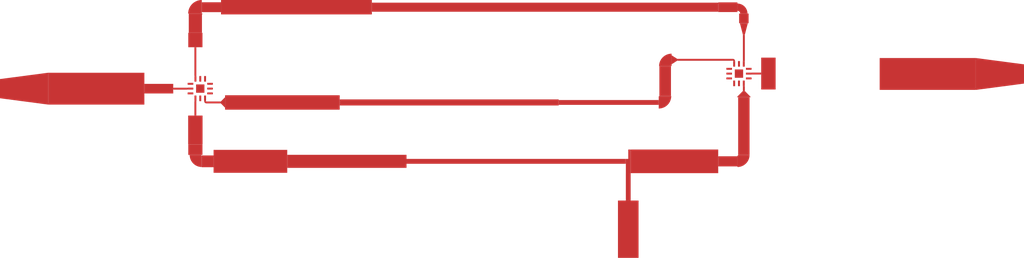
<source format=kicad_pcb>
(kicad_pcb
	(version 20240108)
	(generator "pcbnew")
	(generator_version "8.0")
	(general
		(thickness 1.6)
		(legacy_teardrops no)
	)
	(paper "A4")
	(layers
		(0 "F.Cu" signal)
		(31 "B.Cu" signal)
		(32 "B.Adhes" user "B.Adhesive")
		(33 "F.Adhes" user "F.Adhesive")
		(34 "B.Paste" user)
		(35 "F.Paste" user)
		(36 "B.SilkS" user "B.Silkscreen")
		(37 "F.SilkS" user "F.Silkscreen")
		(38 "B.Mask" user)
		(39 "F.Mask" user)
		(40 "Dwgs.User" user "User.Drawings")
		(41 "Cmts.User" user "User.Comments")
		(42 "Eco1.User" user "User.Eco1")
		(43 "Eco2.User" user "User.Eco2")
		(44 "Edge.Cuts" user)
	)
	(setup
		(pad_to_mask_clearance 0)
		(allow_soldermask_bridges_in_footprints no)
		(pcbplotparams
			(layerselection 0x00010fc_ffffffff)
			(plot_on_all_layers_selection 0x0000000_00000000)
			(disableapertmacros no)
			(usegerberextensions no)
			(usegerberattributes yes)
			(usegerberadvancedattributes yes)
			(creategerberjobfile yes)
			(dashed_line_dash_ratio 12.000000)
			(dashed_line_gap_ratio 3.000000)
			(svgprecision 4)
			(plotframeref no)
			(viasonmask no)
			(mode 1)
			(useauxorigin no)
			(hpglpennumber 1)
			(hpglpenspeed 20)
			(hpglpendiameter 15.000000)
			(pdf_front_fp_property_popups yes)
			(pdf_back_fp_property_popups yes)
			(dxfpolygonmode yes)
			(dxfimperialunits yes)
			(dxfusepcbnewfont yes)
			(psnegative no)
			(psa4output no)
			(plotreference yes)
			(plotvalue yes)
			(plotfptext yes)
			(plotinvisibletext no)
			(sketchpadsonfab no)
			(subtractmaskfromsilk no)
			(outputformat 1)
			(mirror no)
			(drillshape 1)
			(scaleselection 1)
			(outputdirectory "")
		)
	)
	(net 0 "")
	(gr_poly
		(pts
			(xy 88.91273 75.51743) (xy 88.91273 75.43361) (xy 88.99655 75.43361) (xy 88.9965 75.43641) (xy 88.99636 75.43921)
			(xy 88.99613 75.442) (xy 88.9958 75.44478) (xy 88.99538 75.44755) (xy 88.99487 75.45031) (xy 88.99427 75.45304)
			(xy 88.99357 75.45575) (xy 88.99279 75.45844) (xy 88.99191 75.46111) (xy 88.99095 75.46374) (xy 88.9899 75.46633)
			(xy 88.98876 75.46889) (xy 88.98754 75.47141) (xy 88.98624 75.47389) (xy 88.98485 75.47633) (xy 88.98338 75.47871)
			(xy 88.98183 75.48105) (xy 88.98021 75.48333) (xy 88.97851 75.48556) (xy 88.97674 75.48773) (xy 88.9749 75.48984)
			(xy 88.97298 75.49188) (xy 88.971 75.49386) (xy 88.96896 75.49578) (xy 88.96685 75.49762) (xy 88.96468 75.49939)
			(xy 88.96245 75.50109) (xy 88.96017 75.50271) (xy 88.95783 75.50426) (xy 88.95545 75.50573) (xy 88.95301 75.50712)
			(xy 88.95053 75.50842) (xy 88.94801 75.50964) (xy 88.94545 75.51078) (xy 88.94286 75.51183) (xy 88.94023 75.51279)
			(xy 88.93756 75.51367) (xy 88.93487 75.51445) (xy 88.93216 75.51515) (xy 88.92943 75.51575) (xy 88.92667 75.51626)
			(xy 88.9239 75.51668) (xy 88.92112 75.51701) (xy 88.91833 75.51724) (xy 88.91553 75.51738)
		)
		(stroke
			(width 0)
			(type solid)
		)
		(fill solid)
		(layer "F.Cu")
		(uuid "018f8a21-2098-4171-abca-fa32057033f6")
	)
	(gr_poly
		(pts
			(xy 145.33977 82.99157) (xy 145.13977 82.99157) (xy 145.13977 83.49157) (xy 145.33977 83.49157)
		)
		(stroke
			(width 0)
			(type solid)
		)
		(fill solid)
		(layer "F.Cu")
		(uuid "01d11eef-5f10-49b4-96bb-f0c38fea5677")
	)
	(gr_poly
		(pts
			(xy 137.72899 80.87429) (xy 137.72899 79.60683) (xy 137.65858 79.60874) (xy 137.58838 79.61445) (xy 137.5186 79.62396)
			(xy 137.44943 79.63723) (xy 137.38107 79.65423) (xy 137.31374 79.67491) (xy 137.24763 79.69919) (xy 137.18293 79.72703)
			(xy 137.11983 79.75832) (xy 137.05852 79.79298) (xy 136.99918 79.83092) (xy 136.94197 79.87201) (xy 136.88708 79.91613)
			(xy 136.83465 79.96317) (xy 136.78485 80.01297) (xy 136.73781 80.0654) (xy 136.69369 80.12029) (xy 136.6526 80.1775)
			(xy 136.61466 80.23684) (xy 136.58 80.29815) (xy 136.54871 80.36125) (xy 136.52087 80.42595) (xy 136.49659 80.49206)
			(xy 136.47591 80.55939) (xy 136.45891 80.62775) (xy 136.44564 80.69692) (xy 136.43613 80.7667) (xy 136.43042 80.8369)
			(xy 136.42851 80.90731) (xy 137.69851 80.90731) (xy 137.69841 80.90731) (xy 137.69846 80.90548) (xy 137.69862 80.90365)
			(xy 137.69887 80.90184) (xy 137.69922 80.90004) (xy 137.69967 80.89826) (xy 137.70022 80.89652) (xy 137.70087 80.8948)
			(xy 137.7016 80.89312) (xy 137.70244 80.89149) (xy 137.70335 80.88991) (xy 137.70436 80.88837) (xy 137.70545 80.8869)
			(xy 137.70662 80.88549) (xy 137.70786 80.88414) (xy 137.70918 80.88287) (xy 137.71057 80.88167) (xy 137.71202 80.88055)
			(xy 137.71353 80.87951) (xy 137.71509 80.87856) (xy 137.71671 80.8777) (xy 137.71837 80.87692) (xy 137.72007 80.87624)
			(xy 137.7218 80.87565) (xy 137.72357 80.87516) (xy 137.72536 80.87477) (xy 137.72717 80.87448)
		)
		(stroke
			(width 0)
			(type solid)
		)
		(fill solid)
		(layer "F.Cu")
		(uuid "061c0109-4274-4673-98c2-344dc530672d")
	)
	(gr_poly
		(pts
			(xy 145.33375 82.40591) (xy 145.13055 82.40591) (xy 145.13055 82.99011) (xy 145.33375 82.99011)
		)
		(stroke
			(width 0)
			(type solid)
		)
		(fill solid)
		(layer "F.Cu")
		(uuid "14b24cf6-3608-478b-af38-621000b115de")
	)
	(gr_poly
		(pts
			(xy 88.03135 82.63959) (xy 87.44715 82.63959) (xy 87.44715 82.84279) (xy 88.03135 82.84279)
		)
		(stroke
			(width 0)
			(type solid)
		)
		(fill solid)
		(layer "F.Cu")
		(uuid "1925836e-fe0b-474f-aad2-af3ed6a7bab4")
	)
	(gr_poly
		(pts
			(xy 145.33977 77.63031) (xy 145.13977 77.63031) (xy 145.13977 80.37432) (xy 145.33977 80.37432)
		)
		(stroke
			(width 0)
			(type solid)
		)
		(fill solid)
		(layer "F.Cu")
		(uuid "1cd90ed9-42bf-4f17-a43e-c89ed65415ef")
	)
	(gr_poly
		(pts
			(xy 88.34725 84.54897) (xy 88.14725 84.54897) (xy 88.14725 86.04897) (xy 88.34725 86.04897)
		)
		(stroke
			(width 0)
			(type solid)
		)
		(fill solid)
		(layer "F.Cu")
		(uuid "1d041f69-4757-4a71-bc33-be51b1d18790")
	)
	(gr_poly
		(pts
			(xy 144.50825 84.13311) (xy 145.97129 84.13311) (xy 145.33883 83.49049) (xy 145.14071 83.49049)
		)
		(stroke
			(width 0)
			(type solid)
		)
		(fill solid)
		(layer "F.Cu")
		(uuid "215ca737-78ca-47d7-8c51-c5c9e8f16145")
	)
	(gr_poly
		(pts
			(xy 144.57353 74.26483) (xy 142.57353 74.26483) (xy 142.57353 75.27143) (xy 144.57353 75.27143)
		)
		(stroke
			(width 0)
			(type solid)
		)
		(fill solid)
		(layer "F.Cu")
		(uuid "2221e12b-20aa-4aca-851d-e6f70d2b6879")
	)
	(gr_poly
		(pts
			(xy 90.91349 74.25449) (xy 88.91349 74.25449) (xy 88.91349 75.28177) (xy 90.91349 75.28177)
		)
		(stroke
			(width 0)
			(type solid)
		)
		(fill solid)
		(layer "F.Cu")
		(uuid "24cb2190-6be1-47f2-9dda-18140543133a")
	)
	(gr_poly
		(pts
			(xy 82.94755 81.5914) (xy 72.94754 81.5914) (xy 72.94754 84.90699) (xy 82.94755 84.90699)
		)
		(stroke
			(width 0)
			(type solid)
		)
		(fill solid)
		(layer "F.Cu")
		(uuid "29511aeb-02da-48db-9931-6923956cdb02")
	)
	(gr_poly
		(pts
			(xy 144.57175 90.22403) (xy 144.57175 91.40513) (xy 144.62511 91.404) (xy 144.67838 91.4006) (xy 144.73145 91.39495)
			(xy 144.78423 91.38704) (xy 144.83664 91.37691) (xy 144.88856 91.36456) (xy 144.93992 91.35002) (xy 144.99061 91.33331)
			(xy 145.04054 91.31446) (xy 145.08963 91.29352) (xy 145.13779 91.27051) (xy 145.18493 91.24547) (xy 145.23096 91.21846)
			(xy 145.27581 91.18952) (xy 145.31938 91.1587) (xy 145.36161 91.12605) (xy 145.40242 91.09165) (xy 145.44172 91.05555)
			(xy 145.47947 91.0178) (xy 145.51557 90.9785) (xy 145.54997 90.93769) (xy 145.58262 90.89546) (xy 145.61344 90.85189)
			(xy 145.64238 90.80704) (xy 145.66939 90.76101) (xy 145.69443 90.71387) (xy 145.71744 90.66571) (xy 145.73838 90.61662)
			(xy 145.75723 90.56669) (xy 145.77394 90.516) (xy 145.78848 90.46464) (xy 145.80083 90.41272) (xy 145.81096 90.36031)
			(xy 145.81887 90.30753) (xy 145.82452 90.25446) (xy 145.82792 90.20119) (xy 145.82905 90.14783) (xy 144.64795 90.14783)
			(xy 144.64788 90.15115) (xy 144.64766 90.15447) (xy 144.6473 90.15778) (xy 144.64679 90.16106) (xy 144.64614 90.16432)
			(xy 144.64535 90.16755) (xy 144.64442 90.17074) (xy 144.64335 90.17389) (xy 144.64215 90.17699) (xy 144.64081 90.18003)
			(xy 144.63934 90.18302) (xy 144.63774 90.18593) (xy 144.63602 90.18877) (xy 144.63417 90.19154) (xy 144.6322 90.19422)
			(xy 144.63012 90.19681) (xy 144.62793 90.19931) (xy 144.62563 90.20171) (xy 144.62323 90.20401) (xy 144.62073 90.2062)
			(xy 144.61814 90.20828) (xy 144.61546 90.21025) (xy 144.61269 90.2121) (xy 144.60985 90.21382) (xy 144.60694 90.21542)
			(xy 144.60395 90.21689) (xy 144.60091 90.21823) (xy 144.59781 90.21943) (xy 144.59466 90.2205) (xy 144.59147 90.22143)
			(xy 144.58824 90.22222) (xy 144.58498 90.22287) (xy 144.5817 90.22338) (xy 144.57839 90.22374) (xy 144.57507 90.22396)
		)
		(stroke
			(width 0)
			(type solid)
		)
		(fill solid)
		(layer "F.Cu")
		(uuid "2a14af4d-db28-4a89-aff9-f499ea0da606")
	)
	(gr_poly
		(pts
			(xy 145.73117 75.43399) (xy 144.74837 75.43399) (xy 144.74837 76.43399) (xy 145.73117 76.43399)
		)
		(stroke
			(width 0)
			(type solid)
		)
		(fill solid)
		(layer "F.Cu")
		(uuid "2b85ded6-f761-4c3d-8573-83d25b7322ac")
	)
	(gr_poly
		(pts
			(xy 147.04025 81.57693) (xy 146.04025 81.57693) (xy 146.04025 81.77693) (xy 147.04025 81.77693)
		)
		(stroke
			(width 0)
			(type solid)
		)
		(fill solid)
		(layer "F.Cu")
		(uuid "2d22abf2-ee1e-4f43-aefe-331f2c72e072")
	)
	(gr_poly
		(pts
			(xy 88.9841 77.43443) (xy 87.51039 77.43443) (xy 87.51039 78.93443) (xy 88.9841 78.93443)
		)
		(stroke
			(width 0)
			(type solid)
		)
		(fill solid)
		(layer "F.Cu")
		(uuid "33d071ca-df59-444f-a18d-7ee76109da08")
	)
	(gr_poly
		(pts
			(xy 145.83038 84.1325) (xy 144.64915 84.1325) (xy 144.64915 90.14844) (xy 145.83038 90.14844)
		)
		(stroke
			(width 0)
			(type solid)
		)
		(fill solid)
		(layer "F.Cu")
		(uuid "3b5028ca-dbd7-4dbb-8bfe-6c40d1fa590a")
	)
	(gr_poly
		(pts
			(xy 106.58635 74.01815) (xy 90.91394 74.01815) (xy 90.91394 75.51812) (xy 106.58635 75.51812)
		)
		(stroke
			(width 0)
			(type solid)
		)
		(fill solid)
		(layer "F.Cu")
		(uuid "46814a63-4619-4e4a-89ad-e9321f5fad13")
	)
	(gr_poly
		(pts
			(xy 90.89717 84.58429) (xy 89.39717 84.58429) (xy 89.39717 84.78429) (xy 90.89717 84.78429)
		)
		(stroke
			(width 0)
			(type solid)
		)
		(fill solid)
		(layer "F.Cu")
		(uuid "498d8872-db87-43ba-b551-a47e8aaac6a5")
	)
	(gr_poly
		(pts
			(xy 169.35453 80.06149) (xy 169.35453 83.37619) (xy 174.35325 82.71833) (xy 174.35325 80.71935)
		)
		(stroke
			(width 0)
			(type solid)
		)
		(fill solid)
		(layer "F.Cu")
		(uuid "4aa0b36a-ce39-42ef-8637-433aba14ac07")
	)
	(gr_poly
		(pts
			(xy 87.44785 83.14919) (xy 85.94785 83.14919) (xy 85.94785 83.34919) (xy 87.44785 83.34919)
		)
		(stroke
			(width 0)
			(type solid)
		)
		(fill solid)
		(layer "F.Cu")
		(uuid "4bf3d1c2-deb7-4155-bdae-46e315f31400")
	)
	(gr_poly
		(pts
			(xy 132.97919 90.56185) (xy 132.97919 92.04521) (xy 133.47703 92.04521) (xy 133.47703 89.58395) (xy 133.22811 89.58395)
			(xy 133.22811 90.56185)
		)
		(stroke
			(width 0)
			(type solid)
		)
		(fill solid)
		(layer "F.Cu")
		(uuid "4d4edc1a-f9b1-4cc8-bdb0-66f0994c2934")
	)
	(gr_poly
		(pts
			(xy 146.03987 81.58041) (xy 145.45567 81.58041) (xy 145.45567 81.78361) (xy 146.03987 81.78361)
		)
		(stroke
			(width 0)
			(type solid)
		)
		(fill solid)
		(layer "F.Cu")
		(uuid "51944ca6-7980-4da5-a87d-4104e2327560")
	)
	(gr_poly
		(pts
			(xy 90.06335 82.63959) (xy 89.47915 82.63959) (xy 89.47915 82.84279) (xy 90.06335 82.84279)
		)
		(stroke
			(width 0)
			(type solid)
		)
		(fill solid)
		(layer "F.Cu")
		(uuid "5c933d78-dece-47fb-a99e-a96ba435a8ea")
	)
	(gr_poly
		(pts
			(xy 90.06335 83.64035) (xy 89.47915 83.64035) (xy 89.47915 83.84355) (xy 90.06335 83.84355)
		)
		(stroke
			(width 0)
			(type solid)
		)
		(fill solid)
		(layer "F.Cu")
		(uuid "5d3bdd89-ff3a-4aef-8be6-7c78962aac74")
	)
	(gr_poly
		(pts
			(xy 136.39734 84.43367) (xy 125.99995 84.43367) (xy 125.99995 84.93491) (xy 136.39734 84.93491)
		)
		(stroke
			(width 0)
			(type solid)
		)
		(fill solid)
		(layer "F.Cu")
		(uuid "63a4a1cb-0191-4ad7-9e06-17df9d87a6ca")
	)
	(gr_poly
		(pts
			(xy 110.18802 90.1369) (xy 97.79231 90.1369) (xy 97.79231 91.49481) (xy 110.18802 91.49481)
		)
		(stroke
			(width 0)
			(type solid)
		)
		(fill solid)
		(layer "F.Cu")
		(uuid "654f8abe-9885-4b77-a7d1-fcd362bb9022")
	)
	(gr_poly
		(pts
			(xy 142.57367 89.58454) (xy 133.47867 89.58454) (xy 133.47867 92.04717) (xy 142.57367 92.04717)
		)
		(stroke
			(width 0)
			(type solid)
		)
		(fill solid)
		(layer "F.Cu")
		(uuid "6599c4b7-8efa-4246-8523-55af44c59e48")
	)
	(gr_poly
		(pts
			(xy 88.03135 83.13997) (xy 87.44715 83.13997) (xy 87.44715 83.34317) (xy 88.03135 83.34317)
		)
		(stroke
			(width 0)
			(type solid)
		)
		(fill solid)
		(layer "F.Cu")
		(uuid "66838e56-cb9e-4849-a4ba-1a36257d15fc")
	)
	(gr_poly
		(pts
			(xy 137.66512 80.90717) (xy 136.4619 80.90717) (xy 136.4619 84.01641) (xy 137.66512 84.01641)
		)
		(stroke
			(width 0)
			(type solid)
		)
		(fill solid)
		(layer "F.Cu")
		(uuid "6ea232c7-75ce-4e94-affe-f5c6814245e1")
	)
	(gr_poly
		(pts
			(xy 72.94629 84.90527) (xy 72.94629 81.59057) (xy 67.94757 82.24843) (xy 67.94757 84.24741)
		)
		(stroke
			(width 0)
			(type solid)
		)
		(fill solid)
		(layer "F.Cu")
		(uuid "7069765f-3e6f-4c73-a4ab-29642cdb1cc9")
	)
	(gr_poly
		(pts
			(xy 136.39549 84.05183) (xy 136.39549 85.31675) (xy 136.46836 85.3147) (xy 136.54099 85.30857) (xy 136.61317 85.29837)
			(xy 136.68466 85.28413) (xy 136.75524 85.2659) (xy 136.82469 85.24373) (xy 136.89278 85.21771) (xy 136.9593 85.1879)
			(xy 137.02404 85.1544) (xy 137.0868 85.11733) (xy 137.14738 85.07678) (xy 137.20559 85.0329) (xy 137.26125 84.98582)
			(xy 137.31417 84.9357) (xy 137.36419 84.88267) (xy 137.41116 84.82693) (xy 137.45493 84.76863) (xy 137.49535 84.70798)
			(xy 137.53231 84.64514) (xy 137.56568 84.58033) (xy 137.59536 84.51375) (xy 137.62125 84.44561) (xy 137.64328 84.37612)
			(xy 137.66137 84.30551) (xy 137.67547 84.23399) (xy 137.68553 84.16179) (xy 137.69152 84.08915) (xy 137.69597 84.01627)
			(xy 136.43105 84.01627) (xy 136.43368 84.01627) (xy 136.43362 84.01836) (xy 136.43344 84.02044) (xy 136.43313 84.02251)
			(xy 136.4327 84.02456) (xy 136.43216 84.02657) (xy 136.4315 84.02856) (xy 136.43072 84.0305) (xy 136.42983 84.03239)
			(xy 136.42883 84.03423) (xy 136.42772 84.036) (xy 136.42652 84.03771) (xy 136.42521 84.03934) (xy 136.42381 84.04089)
			(xy 136.42232 84.04236) (xy 136.42075 84.04374) (xy 136.4191 84.04503) (xy 136.41738 84.04621) (xy 136.41559 84.04729)
			(xy 136.41375 84.04827) (xy 136.41184 84.04914) (xy 136.40989 84.04989) (xy 136.4079 84.05053) (xy 136.40588 84.05105)
			(xy 136.40383 84.05145) (xy 136.40175 84.05173) (xy 136.39967 84.05188) (xy 136.39758 84.05192)
		)
		(stroke
			(width 0)
			(type solid)
		)
		(fill solid)
		(layer "F.Cu")
		(uuid "716bf5f9-0404-4c27-b188-be8a3c0cffb3")
	)
	(gr_poly
		(pts
			(xy 88.03135 83.64035) (xy 87.44715 83.64035) (xy 87.44715 83.84355) (xy 88.03135 83.84355)
		)
		(stroke
			(width 0)
			(type solid)
		)
		(fill solid)
		(layer "F.Cu")
		(uuid "743a40e2-ac1b-49cd-a8f0-fe1125f7b7c0")
	)
	(gr_poly
		(pts
			(xy 88.98354 89.05016) (xy 87.51095 89.05016) (xy 87.51095 90.14823) (xy 88.98354 90.14823)
		)
		(stroke
			(width 0)
			(type solid)
		)
		(fill solid)
		(layer "F.Cu")
		(uuid "74921119-3869-46bc-b967-246c6c9f3e75")
	)
	(gr_poly
		(pts
			(xy 144.00787 81.08003) (xy 143.42367 81.08003) (xy 143.42367 81.28323) (xy 144.00787 81.28323)
		)
		(stroke
			(width 0)
			(type solid)
		)
		(fill solid)
		(layer "F.Cu")
		(uuid "79a5b222-1ebe-4527-86ee-af6fcbdeaafd")
	)
	(gr_poly
		(pts
			(xy 146.03987 82.08079) (xy 145.45567 82.08079) (xy 145.45567 82.28399) (xy 146.03987 82.28399)
		)
		(stroke
			(width 0)
			(type solid)
		)
		(fill solid)
		(layer "F.Cu")
		(uuid "7a02936d-be76-4242-b39f-a68b8d0b4172")
	)
	(gr_poly
		(pts
			(xy 146.03987 81.08003) (xy 145.45567 81.08003) (xy 145.45567 81.28323) (xy 146.03987 81.28323)
		)
		(stroke
			(width 0)
			(type solid)
		)
		(fill solid)
		(layer "F.Cu")
		(uuid "7a1d86ba-ac36-41ac-bb2c-377aef169f49")
	)
	(gr_poly
		(pts
			(xy 133.47811 92.04679) (xy 132.97811 92.04679) (xy 132.97811 94.8986) (xy 133.47811 94.8986)
		)
		(stroke
			(width 0)
			(type solid)
		)
		(fill solid)
		(layer "F.Cu")
		(uuid "7a756ef6-b9a5-4749-9ca7-4e1602dc1718")
	)
	(gr_poly
		(pts
			(xy 144.83337 82.40591) (xy 144.63017 82.40591) (xy 144.63017 82.99011) (xy 144.83337 82.99011)
		)
		(stroke
			(width 0)
			(type solid)
		)
		(fill solid)
		(layer "F.Cu")
		(uuid "7d4e465c-3dd6-4418-b4e0-52bd42f586ac")
	)
	(gr_poly
		(pts
			(xy 89.35723 83.96547) (xy 89.15403 83.96547) (xy 89.15403 84.54967) (xy 89.35723 84.54967)
		)
		(stroke
			(width 0)
			(type solid)
		)
		(fill solid)
		(layer "F.Cu")
		(uuid "817a2a52-694c-401d-9861-a2319af89dab")
	)
	(gr_poly
		(pts
			(xy 91.33589 85.23039) (xy 91.33589 84.13565) (xy 90.89647 84.58269) (xy 90.89647 84.78335)
		)
		(stroke
			(width 0)
			(type solid)
		)
		(fill solid)
		(layer "F.Cu")
		(uuid "841c39c5-5734-4137-8ee4-88cfbb5e5cdf")
	)
	(gr_poly
		(pts
			(xy 89.18705 82.80977) (xy 88.32345 82.80977) (xy 88.32345 83.67337) (xy 89.18705 83.67337)
		)
		(stroke
			(width 0)
			(type solid)
		)
		(fill solid)
		(layer "F.Cu")
		(uuid "8b6100bf-40d8-44b8-b2f1-241453b61f3a")
	)
	(gr_poly
		(pts
			(xy 90.06335 83.13997) (xy 89.47915 83.13997) (xy 89.47915 83.34317) (xy 90.06335 83.34317)
		)
		(stroke
			(width 0)
			(type solid)
		)
		(fill solid)
		(layer "F.Cu")
		(uuid "8c7f7e54-4d08-49bc-b5a1-1bbe82598f8a")
	)
	(gr_poly
		(pts
			(xy 144.09016 80.14183) (xy 138.30709 80.14183) (xy 138.30709 80.34183) (xy 144.09016 80.34183)
		)
		(stroke
			(width 0)
			(type solid)
		)
		(fill solid)
		(layer "F.Cu")
		(uuid "8c8c6faa-c44e-4090-bf94-42969fc6b6ee")
	)
	(gr_poly
		(pts
			(xy 144.00787 81.58041) (xy 143.42367 81.58041) (xy 143.42367 81.78361) (xy 144.00787 81.78361)
		)
		(stroke
			(width 0)
			(type solid)
		)
		(fill solid)
		(layer "F.Cu")
		(uuid "933a4fd8-36e1-426b-a057-acc9dd02d186")
	)
	(gr_poly
		(pts
			(xy 132.977 90.56281) (xy 110.18741 90.56281) (xy 110.18741 91.0689) (xy 132.977 91.0689)
		)
		(stroke
			(width 0)
			(type solid)
		)
		(fill solid)
		(layer "F.Cu")
		(uuid "942ec0d3-99db-4194-91aa-bb113fbba3d9")
	)
	(gr_poly
		(pts
			(xy 145.65125 76.43437) (xy 144.82829 76.43437) (xy 145.14071 77.63071) (xy 145.33883 77.63071)
		)
		(stroke
			(width 0)
			(type solid)
		)
		(fill solid)
		(layer "F.Cu")
		(uuid "9ba1bfec-4841-4981-a067-5709c50d0ca0")
	)
	(gr_poly
		(pts
			(xy 103.24395 83.93433) (xy 91.33534 83.93433) (xy 91.33534 85.43425) (xy 103.24395 85.43425)
		)
		(stroke
			(width 0)
			(type solid)
		)
		(fill solid)
		(layer "F.Cu")
		(uuid "a09f912e-004d-46fe-ad1f-cfa0cb839b79")
	)
	(gr_poly
		(pts
			(xy 90.14039 90.20329) (xy 88.91443 90.20329) (xy 88.91443 91.42841) (xy 90.14039 91.42841)
		)
		(stroke
			(width 0)
			(type solid)
		)
		(fill solid)
		(layer "F.Cu")
		(uuid "a1812427-820f-45de-808a-2f73b18c0d87")
	)
	(gr_poly
		(pts
			(xy 148.53993 80.01914) (xy 147.03993 80.01914) (xy 147.03993 83.33473) (xy 148.53993 83.33473)
		)
		(stroke
			(width 0)
			(type solid)
		)
		(fill solid)
		(layer "F.Cu")
		(uuid "a261522e-7abf-4e85-be81-c80e17a423a5")
	)
	(gr_poly
		(pts
			(xy 142.5727 74.29612) (xy 106.58611 74.29612) (xy 106.58611 75.24014) (xy 142.5727 75.24014)
		)
		(stroke
			(width 0)
			(type solid)
		)
		(fill solid)
		(layer "F.Cu")
		(uuid "a9b2fe32-a9b8-49aa-9c2d-3897bcf688c7")
	)
	(gr_poly
		(pts
			(xy 145.33375 80.37391) (xy 145.13055 80.37391) (xy 145.13055 80.95811) (xy 145.33375 80.95811)
		)
		(stroke
			(width 0)
			(type solid)
		)
		(fill solid)
		(layer "F.Cu")
		(uuid "ada48207-b141-47c5-9a36-9477c384c762")
	)
	(gr_poly
		(pts
			(xy 88.35647 81.93347) (xy 88.15327 81.93347) (xy 88.15327 82.51767) (xy 88.35647 82.51767)
		)
		(stroke
			(width 0)
			(type solid)
		)
		(fill solid)
		(layer "F.Cu")
		(uuid "b20aa3c2-cd92-4012-abde-3d4ef104552f")
	)
	(gr_poly
		(pts
			(xy 88.35647 83.96547) (xy 88.15327 83.96547) (xy 88.15327 84.54967) (xy 88.35647 84.54967)
		)
		(stroke
			(width 0)
			(type solid)
		)
		(fill solid)
		(layer "F.Cu")
		(uuid "b65a9d17-5750-4d15-874f-931e3a7d9faf")
	)
	(gr_poly
		(pts
			(xy 88.34725 78.93488) (xy 88.14725 78.93488) (xy 88.14725 81.93487) (xy 88.34725 81.93487)
		)
		(stroke
			(width 0)
			(type solid)
		)
		(fill solid)
		(layer "F.Cu")
		(uuid "b68759f6-ed84-4b1f-823d-83210c44daf8")
	)
	(gr_poly
		(pts
			(xy 89.35723 81.93347) (xy 89.15403 81.93347) (xy 89.15403 82.51767) (xy 89.35723 82.51767)
		)
		(stroke
			(width 0)
			(type solid)
		)
		(fill solid)
		(layer "F.Cu")
		(uuid "b6e549ae-683a-4874-a4ff-0f605f818219")
	)
	(gr_poly
		(pts
			(xy 144.57353 90.28998) (xy 142.57353 90.28998) (xy 142.57353 91.34172) (xy 144.57353 91.34172)
		)
		(stroke
			(width 0)
			(type solid)
		)
		(fill solid)
		(layer "F.Cu")
		(uuid "b7f44d02-7a77-4311-a7b8-ef733faa1461")
	)
	(gr_poly
		(pts
			(xy 134.29761 94.89735) (xy 132.1586 94.89735) (xy 132.1586 100.87199) (xy 134.29761 100.87199)
		)
		(stroke
			(width 0)
			(type solid)
		)
		(fill solid)
		(layer "F.Cu")
		(uuid "b8f144af-0b14-4ea0-bdfe-bade5e6b8e24")
	)
	(gr_poly
		(pts
			(xy 144.33299 80.37391) (xy 144.12979 80.37391) (xy 144.12979 80.95811) (xy 144.33299 80.95811)
		)
		(stroke
			(width 0)
			(type solid)
		)
		(fill solid)
		(layer "F.Cu")
		(uuid "b9507761-d70c-433f-8592-2a7250638705")
	)
	(gr_poly
		(pts
			(xy 144.57175 75.14151) (xy 144.57175 74.39221) (xy 144.57175 74.38967) (xy 144.61606 74.39061) (xy 144.66028 74.39343)
			(xy 144.70435 74.39813) (xy 144.74818 74.40469) (xy 144.79169 74.4131) (xy 144.8348 74.42335) (xy 144.87744 74.43543)
			(xy 144.91953 74.4493) (xy 144.96099 74.46495) (xy 145.00175 74.48234) (xy 145.04174 74.50145) (xy 145.08087 74.52224)
			(xy 145.1191 74.54466) (xy 145.15633 74.5687) (xy 145.19251 74.59429) (xy 145.22757 74.62139) (xy 145.26145 74.64995)
			(xy 145.29409 74.67993) (xy 145.32543 74.71127) (xy 145.35541 74.74391) (xy 145.38397 74.77779) (xy 145.41107 74.81285)
			(xy 145.43666 74.84903) (xy 145.4607 74.88626) (xy 145.48312 74.92449) (xy 145.50391 74.96362) (xy 145.52302 75.00361)
			(xy 145.54041 75.04437) (xy 145.55606 75.08583) (xy 145.56993 75.12792) (xy 145.58201 75.17056) (xy 145.59226 75.21367)
			(xy 145.60067 75.25718) (xy 145.60723 75.30101) (xy 145.61193 75.34508) (xy 145.61475 75.3893) (xy 145.61569 75.43361)
			(xy 144.86385 75.43361) (xy 144.86357 75.42087) (xy 144.86274 75.40815) (xy 144.86135 75.39548) (xy 144.85941 75.38289)
			(xy 144.85693 75.37039) (xy 144.8539 75.35801) (xy 144.85033 75.34577) (xy 144.84623 75.33371) (xy 144.84162 75.32183)
			(xy 144.83648 75.31016) (xy 144.83085 75.29873) (xy 144.82472 75.28756) (xy 144.8181 75.27666) (xy 144.81102 75.26607)
			(xy 144.80349 75.25579) (xy 144.79551 75.24585) (xy 144.78711 75.23627) (xy 144.7783 75.22706) (xy 144.76909 75.21825)
			(xy 144.75951 75.20985) (xy 144.74957 75.20187) (xy 144.73929 75.19434) (xy 144.7287 75.18726) (xy 144.7178 75.18064)
			(xy 144.70663 75.17451) (xy 144.6952 75.16888) (xy 144.68353 75.16374) (xy 144.67165 75.15913) (xy 144.65959 75.15503)
			(xy 144.64735 75.15146) (xy 144.63497 75.14843) (xy 144.62247 75.14595) (xy 144.60988 75.14401) (xy 144.59721 75.14262)
			(xy 144.58449 75.14179)
		)
		(stroke
			(width 0)
			(type solid)
		)
		(fill solid)
		(layer "F.Cu")
		(uuid "bb855ba1-84da-457c-8b82-5fb70318c3a7")
	)
	(gr_poly
		(pts
			(xy 145.16357 81.25021) (xy 144.29997 81.25021) (xy 144.29997 82.11381) (xy 145.16357 82.11381)
		)
		(stroke
			(width 0)
			(type solid)
		)
		(fill solid)
		(layer "F.Cu")
		(uuid "c16fcb07-4da6-4ef6-a5ba-1c63c0fbe3c7")
	)
	(gr_poly
		(pts
			(xy 88.85685 83.96547) (xy 88.65365 83.96547) (xy 88.65365 84.54967) (xy 88.85685 84.54967)
		)
		(stroke
			(width 0)
			(type solid)
		)
		(fill solid)
		(layer "F.Cu")
		(uuid "c40d83fb-6fbd-40b8-8cbc-2bf124a09ba6")
	)
	(gr_poly
		(pts
			(xy 126 84.36858) (xy 103.24521 84.36858) (xy 103.24521 85) (xy 126 85)
		)
		(stroke
			(width 0)
			(type solid)
		)
		(fill solid)
		(layer "F.Cu")
		(uuid "c6b5a8f0-ae85-45e2-ae3d-38302f613053")
	)
	(gr_poly
		(pts
			(xy 88.91273 75.43361) (xy 87.49795 75.43361) (xy 87.50049 75.43361) (xy 87.50121 75.38832) (xy 87.50339 75.34307)
			(xy 87.50701 75.29791) (xy 87.51208 75.2529) (xy 87.51858 75.20807) (xy 87.52652 75.16347) (xy 87.53588 75.11915)
			(xy 87.54665 75.07515) (xy 87.55883 75.03151) (xy 87.5724 74.98829) (xy 87.58734 74.94553) (xy 87.60365 74.90327)
			(xy 87.6213 74.86155) (xy 87.64028 74.82041) (xy 87.66057 74.77991) (xy 87.68214 74.74007) (xy 87.70497 74.70095)
			(xy 87.72905 74.66258) (xy 87.75434 74.625) (xy 87.78082 74.58824) (xy 87.80847 74.55236) (xy 87.83725 74.51738)
			(xy 87.86714 74.48333) (xy 87.8981 74.45026) (xy 87.9301 74.4182) (xy 87.96311 74.38718) (xy 87.9971 74.35724)
			(xy 88.03203 74.32839) (xy 88.06787 74.30068) (xy 88.10457 74.27414) (xy 88.14211 74.24878) (xy 88.18044 74.22463)
			(xy 88.21952 74.20172) (xy 88.25932 74.18008) (xy 88.29978 74.15972) (xy 88.34088 74.14067) (xy 88.38257 74.12295)
			(xy 88.42481 74.10656) (xy 88.46754 74.09154) (xy 88.51074 74.0779) (xy 88.55435 74.06564) (xy 88.59833 74.05479)
			(xy 88.64263 74.04535) (xy 88.68722 74.03733) (xy 88.73204 74.03074) (xy 88.77705 74.0256) (xy 88.82219 74.02189)
			(xy 88.86744 74.01964) (xy 88.91273 74.01883)
		)
		(stroke
			(width 0)
			(type solid)
		)
		(fill solid)
		(layer "F.Cu")
		(uuid "cc5c90f2-0c15-44fb-a95e-1f07a77224b0")
	)
	(gr_poly
		(pts
			(xy 89.36231 84.54967) (xy 89.16419 84.54967) (xy 89.16432 84.55748) (xy 89.16471 84.56528) (xy 89.16536 84.57306)
			(xy 89.16628 84.58082) (xy 89.16745 84.58854) (xy 89.16887 84.59622) (xy 89.17056 84.60384) (xy 89.17249 84.61141)
			(xy 89.17468 84.6189) (xy 89.17712 84.62632) (xy 89.1798 84.63366) (xy 89.18273 84.6409) (xy 89.1859 84.64803)
			(xy 89.18931 84.65506) (xy 89.19294 84.66197) (xy 89.19681 84.66876) (xy 89.2009 84.67541) (xy 89.20521 84.68192)
			(xy 89.20974 84.68828) (xy 89.21448 84.69449) (xy 89.21942 84.70054) (xy 89.22456 84.70642) (xy 89.2299 84.71212)
			(xy 89.23542 84.71764) (xy 89.24112 84.72298) (xy 89.247 84.72812) (xy 89.25305 84.73306) (xy 89.25926 84.7378)
			(xy 89.26562 84.74233) (xy 89.27213 84.74664) (xy 89.27878 84.75073) (xy 89.28557 84.7546) (xy 89.29248 84.75823)
			(xy 89.29951 84.76164) (xy 89.30664 84.76481) (xy 89.31388 84.76774) (xy 89.32122 84.77042) (xy 89.32864 84.77286)
			(xy 89.33613 84.77505) (xy 89.3437 84.77698) (xy 89.35132 84.77867) (xy 89.359 84.78009) (xy 89.36672 84.78126)
			(xy 89.37448 84.78218) (xy 89.38226 84.78283) (xy 89.39006 84.78322) (xy 89.39787 84.78335) (xy 89.39787 84.58269)
			(xy 89.39787 84.58523) (xy 89.39668 84.58521) (xy 89.39549 84.58515) (xy 89.39431 84.58505) (xy 89.39313 84.58491)
			(xy 89.39196 84.58473) (xy 89.39079 84.58452) (xy 89.38963 84.58426) (xy 89.38848 84.58397) (xy 89.38733 84.58363)
			(xy 89.38621 84.58326) (xy 89.38509 84.58285) (xy 89.38399 84.58241) (xy 89.3829 84.58193) (xy 89.38183 84.58141)
			(xy 89.38078 84.58085) (xy 89.37975 84.58027) (xy 89.37874 84.57964) (xy 89.37774 84.57899) (xy 89.37678 84.5783)
			(xy 89.37583 84.57758) (xy 89.37491 84.57683) (xy 89.37402 84.57604) (xy 89.37315 84.57523) (xy 89.37231 84.57439)
			(xy 89.3715 84.57352) (xy 89.37071 84.57263) (xy 89.36996 84.57171) (xy 89.36924 84.57076) (xy 89.36855 84.5698)
			(xy 89.3679 84.5688) (xy 89.36727 84.56779) (xy 89.36669 84.56676) (xy 89.36613 84.56571) (xy 89.36561 84.56464)
			(xy 89.36513 84.56355) (xy 89.36469 84.56245) (xy 89.36428 84.56133) (xy 89.36391 84.56021) (xy 89.36357 84.55906)
			(xy 89.36328 84.55791) (xy 89.36302 84.55675) (xy 89.36281 84.55558) (xy 89.36263 84.55441) (xy 89.36249 84.55323)
			(xy 89.36239 84.55205) (xy 89.36233 84.55086)
		)
		(stroke
			(width 0)
			(type solid)
		)
		(fill solid)
		(layer "F.Cu")
		(uuid "d30e57a8-2e9b-45f7-ada9-c67589dc9651")
	)
	(gr_poly
		(pts
			(xy 88.93104 75.43437) (xy 87.56345 75.43437) (xy 87.56345 77.43437) (xy 88.93104 77.43437)
		)
		(stroke
			(width 0)
			(type solid)
		)
		(fill solid)
		(layer "F.Cu")
		(uuid "e9525658-9a06-482d-8f27-12e2a8041cdb")
	)
	(gr_poly
		(pts
			(xy 88.99412 86.04942) (xy 87.50037 86.04942) (xy 87.50037 89.04941) (xy 88.99412 89.04941)
		)
		(stroke
			(width 0)
			(type solid)
		)
		(fill solid)
		(layer "F.Cu")
		(uuid "e980e027-3b1c-496e-aec6-69419612ea82")
	)
	(gr_poly
		(pts
			(xy 144.12471 80.37391) (xy 144.32283 80.37391) (xy 144.32259 80.36343) (xy 144.32189 80.35296) (xy 144.32072 80.34254)
			(xy 144.31907 80.33218) (xy 144.31697 80.32191) (xy 144.31441 80.31174) (xy 144.31139 80.3017) (xy 144.30793 80.2918)
			(xy 144.30403 80.28207) (xy 144.29969 80.27252) (xy 144.29493 80.26318) (xy 144.28975 80.25406) (xy 144.28417 80.24518)
			(xy 144.2782 80.23656) (xy 144.27185 80.22821) (xy 144.26513 80.22016) (xy 144.25805 80.21242) (xy 144.25064 80.20501)
			(xy 144.2429 80.19793) (xy 144.23485 80.19121) (xy 144.2265 80.18486) (xy 144.21788 80.17889) (xy 144.209 80.17331)
			(xy 144.19988 80.16813) (xy 144.19054 80.16337) (xy 144.18099 80.15903) (xy 144.17126 80.15513) (xy 144.16136 80.15167)
			(xy 144.15132 80.14865) (xy 144.14115 80.14609) (xy 144.13088 80.14399) (xy 144.12052 80.14234) (xy 144.1101 80.14117)
			(xy 144.09963 80.14047) (xy 144.08915 80.14023) (xy 144.08915 80.34089) (xy 144.08915 80.33835) (xy 144.09075 80.33839)
			(xy 144.09234 80.33849) (xy 144.09392 80.33867) (xy 144.0955 80.33892) (xy 144.09706 80.33924) (xy 144.09861 80.33963)
			(xy 144.10014 80.34009) (xy 144.10164 80.34062) (xy 144.10313 80.34121) (xy 144.10458 80.34187) (xy 144.106 80.3426)
			(xy 144.10739 80.34338) (xy 144.10874 80.34423) (xy 144.11005 80.34514) (xy 144.11132 80.34611) (xy 144.11255 80.34713)
			(xy 144.11372 80.34821) (xy 144.11485 80.34934) (xy 144.11593 80.35051) (xy 144.11695 80.35174) (xy 144.11792 80.35301)
			(xy 144.11883 80.35432) (xy 144.11968 80.35567) (xy 144.12046 80.35706) (xy 144.12119 80.35848) (xy 144.12185 80.35993)
			(xy 144.12244 80.36142) (xy 144.12297 80.36292) (xy 144.12343 80.36445) (xy 144.12382 80.366) (xy 144.12414 80.36756)
			(xy 144.12439 80.36914) (xy 144.12457 80.37072) (xy 144.12467 80.37231)
		)
		(stroke
			(width 0)
			(type solid)
		)
		(fill solid)
		(layer "F.Cu")
		(uuid "edd9598b-6441-48bc-bb2a-6dc28eb2d102")
	)
	(gr_poly
		(pts
			(xy 88.83653 90.14783) (xy 87.65797 90.14783) (xy 87.65861 90.18808) (xy 87.66055 90.22828) (xy 87.66376 90.2684)
			(xy 87.66827 90.3084) (xy 87.67405 90.34824) (xy 87.6811 90.38787) (xy 87.68941 90.42725) (xy 87.69899 90.46635)
			(xy 87.7098 90.50512) (xy 87.72186 90.54352) (xy 87.73514 90.58152) (xy 87.74962 90.61908) (xy 87.76531 90.65615)
			(xy 87.78217 90.6927) (xy 87.80019 90.72869) (xy 87.81935 90.76409) (xy 87.83964 90.79885) (xy 87.86103 90.83295)
			(xy 87.8835 90.86634) (xy 87.90703 90.899) (xy 87.93159 90.93089) (xy 87.95717 90.96198) (xy 87.98372 90.99223)
			(xy 88.01122 91.02162) (xy 88.03966 91.05011) (xy 88.06899 91.07767) (xy 88.09919 91.10429) (xy 88.13022 91.12992)
			(xy 88.16206 91.15455) (xy 88.19467 91.17814) (xy 88.22802 91.20068) (xy 88.26208 91.22214) (xy 88.2968 91.2425)
			(xy 88.33216 91.26174) (xy 88.36811 91.27983) (xy 88.40463 91.29676) (xy 88.44167 91.31252) (xy 88.47919 91.32708)
			(xy 88.51717 91.34044) (xy 88.55555 91.35257) (xy 88.59429 91.36347) (xy 88.63337 91.37312) (xy 88.67274 91.38152)
			(xy 88.71235 91.38865) (xy 88.75218 91.39451) (xy 88.79217 91.39909) (xy 88.83228 91.40239) (xy 88.87248 91.4044)
			(xy 88.91273 91.40513) (xy 88.91273 90.22403) (xy 88.91024 90.22399) (xy 88.90775 90.22387) (xy 88.90526 90.22366)
			(xy 88.90278 90.22338) (xy 88.90032 90.22301) (xy 88.89786 90.22257) (xy 88.89543 90.22204) (xy 88.89301 90.22143)
			(xy 88.89061 90.22075) (xy 88.88824 90.21999) (xy 88.88589 90.21915) (xy 88.88357 90.21823) (xy 88.88128 90.21724)
			(xy 88.87903 90.21617) (xy 88.87681 90.21503) (xy 88.87463 90.21382) (xy 88.87249 90.21254) (xy 88.8704 90.21119)
			(xy 88.86835 90.20977) (xy 88.86634 90.20828) (xy 88.86439 90.20673) (xy 88.86249 90.20512) (xy 88.86064 90.20345)
			(xy 88.85885 90.20171) (xy 88.85711 90.19992) (xy 88.85544 90.19807) (xy 88.85383 90.19617) (xy 88.85228 90.19422)
			(xy 88.85079 90.19221) (xy 88.84937 90.19016) (xy 88.84802 90.18807) (xy 88.84674 90.18593) (xy 88.84553 90.18375)
			(xy 88.84439 90.18153) (xy 88.84332 90.17928) (xy 88.84233 90.17699) (xy 88.84141 90.17467) (xy 88.84057 90.17232)
			(xy 88.83981 90.16995) (xy 88.83913 90.16755) (xy 88.83852 90.16513) (xy 88.83799 90.1627) (xy 88.83755 90.16024)
			(xy 88.83718 90.15778) (xy 88.8369 90.1553) (xy 88.83669 90.15281) (xy 88.83657 90.15032)
		)
		(stroke
			(width 0)
			(type solid)
		)
		(fill solid)
		(layer "F.Cu")
		(uuid "ee3255d4-9f0a-4c1f-8ea4-6aefed5d0958")
	)
	(gr_poly
		(pts
			(xy 97.79372 89.62233) (xy 90.14093 89.62233) (xy 90.14093 92.00937) (xy 97.79372 92.00937)
		)
		(stroke
			(width 0)
			(type solid)
		)
		(fill solid)
		(layer "F.Cu")
		(uuid "f3ab4c1f-d8b6-4764-96d1-397d2a6f117c")
	)
	(gr_poly
		(pts
			(xy 88.85685 81.93347) (xy 88.65365 81.93347) (xy 88.65365 82.51767) (xy 88.85685 82.51767)
		)
		(stroke
			(width 0)
			(type solid)
		)
		(fill solid)
		(layer "F.Cu")
		(uuid "f4255ef9-8b2b-4164-8af1-6e9a7a0e7d86")
	)
	(gr_poly
		(pts
			(xy 169.35327 80.05978) (xy 159.35326 80.05978) (xy 159.35326 83.37537) (xy 169.35327 83.37537)
		)
		(stroke
			(width 0)
			(type solid)
		)
		(fill solid)
		(layer "F.Cu")
		(uuid "f483fa0a-5736-48e3-b5fa-34bf3931162f")
	)
	(gr_poly
		(pts
			(xy 85.9474 82.74919) (xy 82.94741 82.74919) (xy 82.94741 83.74919) (xy 85.9474 83.74919)
		)
		(stroke
			(width 0)
			(type solid)
		)
		(fill solid)
		(layer "F.Cu")
		(uuid "f5149ccb-d7d4-43dd-b4f8-4be5257169ff")
	)
	(gr_poly
		(pts
			(xy 144.00787 82.08079) (xy 143.42367 82.08079) (xy 143.42367 82.28399) (xy 144.00787 82.28399)
		)
		(stroke
			(width 0)
			(type solid)
		)
		(fill solid)
		(layer "F.Cu")
		(uuid "f98e0aaa-51ef-47d8-96c4-a2de53f3c01e")
	)
	(gr_poly
		(pts
			(xy 144.33299 82.40591) (xy 144.12979 82.40591) (xy 144.12979 82.99011) (xy 144.33299 82.99011)
		)
		(stroke
			(width 0)
			(type solid)
		)
		(fill solid)
		(layer "F.Cu")
		(uuid "f9b405aa-87b2-4059-86d3-6e756557192a")
	)
	(gr_poly
		(pts
			(xy 137.72899 79.77447) (xy 137.72899 80.70919) (xy 138.30811 80.34089) (xy 138.30811 80.14023)
		)
		(stroke
			(width 0)
			(type solid)
		)
		(fill solid)
		(layer "F.Cu")
		(uuid "fad49ff6-d344-41bc-bab2-61f1715552e6")
	)
	(gr_poly
		(pts
			(xy 144.83337 80.37391) (xy 144.63017 80.37391) (xy 144.63017 80.95811) (xy 144.83337 80.95811)
		)
		(stroke
			(width 0)
			(type solid)
		)
		(fill solid)
		(layer "F.Cu")
		(uuid "fefb7eba-8c3d-4cb6-b15b-ce3c290ee679")
	)
	(segment
		(start 146.20497 82.00713)
		(end 146.15671 82.10619)
		(width 0.00003)
		(layer "F.Cu")
		(net 0)
		(uuid "3d2fca95-91b3-472b-b942-05442d1512a7")
	)
	(segment
		(start 146.15671 82.00713)
		(end 146.20497 82.00713)
		(width 0.00003)
		(layer "F.Cu")
		(net 0)
		(uuid "54d4cc0d-c601-4668-961e-a8dbbe8913a0")
	)
	(segment
		(start 146.20497 82.10619)
		(end 146.15671 82.10619)
		(width 0.00003)
		(layer "F.Cu")
		(net 0)
		(uuid "5e55ce6b-fb29-42b0-9996-ad355d1439c9")
	)
	(segment
		(start 146.20497 82.10619)
		(end 146.25577 82.10619)
		(width 0.00003)
		(layer "F.Cu")
		(net 0)
		(uuid "659077c5-39dc-423d-a4c1-2037ae291b73")
	)
	(segment
		(start 146.25577 82.10619)
		(end 146.25577 82.00713)
		(width 0.00003)
		(layer "F.Cu")
		(net 0)
		(uuid "803d0641-0036-4b4b-8d60-ccda419b290b")
	)
	(segment
		(start 146.20497 82.00713)
		(end 146.20497 82.10619)
		(width 0.00003)
		(layer "F.Cu")
		(net 0)
		(uuid "99f8a313-3694-4b0e-a408-b0e1f7d40d01")
	)
	(segment
		(start 146.15671 82.10619)
		(end 146.15671 82.00713)
		(width 0.00003)
		(layer "F.Cu")
		(net 0)
		(uuid "dbbce01b-9943-4552-9c93-40e4286288e7")
	)
	(segment
		(start 146.25577 82.00713)
		(end 146.20497 82.00713)
		(width 0.00003)
		(layer "F.Cu")
		(net 0)
		(uuid "f1c99255-eb8e-4f6e-94ba-4f641f6d88f6")
	)
	(segment
		(start 146.20497 82.00713)
		(end 146.20497 82.10619)
		(width 0.00003)
		(layer "F.Cu")
		(net 0)
		(uuid "f1de2734-5e86-4990-8699-3e5698244525")
	)
	(segment
		(start 146.20497 82.10619)
		(end 146.25577 82.00713)
		(width 0.00003)
		(layer "F.Cu")
		(net 0)
		(uuid "f2b9d75f-0557-4eb2-a096-03c695bad8ea")
	)
	(segment
		(start 146.20497 82.10619)
		(end 146.15671 82.00713)
		(width 0.00003)
		(layer "F.Cu")
		(net 0)
		(uuid "f49d3a03-d889-49f5-8dbe-154ee5f46fcf")
	)
	(segment
		(start 146.20497 82.00713)
		(end 146.25577 82.10619)
		(width 0.00003)
		(layer "F.Cu")
		(net 0)
		(uuid "f8a5d6bf-78bb-4a6f-9639-bb748c495cf7")
	)
)

</source>
